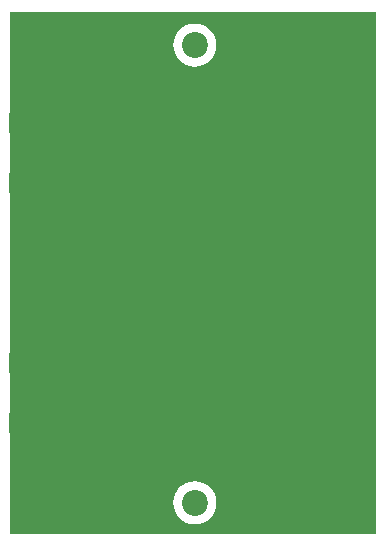
<source format=gbl>
G04*
G04 #@! TF.GenerationSoftware,Altium Limited,Altium Designer,24.4.1 (13)*
G04*
G04 Layer_Physical_Order=2*
G04 Layer_Color=16711680*
%FSLAX25Y25*%
%MOIN*%
G70*
G04*
G04 #@! TF.SameCoordinates,70BA40AD-3E04-444A-AD5C-AF6B0887806A*
G04*
G04*
G04 #@! TF.FilePolarity,Positive*
G04*
G01*
G75*
%ADD25R,0.16000X0.07000*%
%ADD30C,0.08661*%
%ADD31C,0.02400*%
G36*
X7929Y-146929D02*
X-114242D01*
Y26929D01*
X7929D01*
Y-146929D01*
D02*
G37*
%LPC*%
G36*
X-52521Y23190D02*
X-53924Y23052D01*
X-55272Y22643D01*
X-56515Y21978D01*
X-57605Y21084D01*
X-58499Y19995D01*
X-59164Y18752D01*
X-59573Y17403D01*
X-59711Y16000D01*
X-59573Y14597D01*
X-59164Y13249D01*
X-58499Y12005D01*
X-57605Y10916D01*
X-56515Y10022D01*
X-55272Y9357D01*
X-53924Y8948D01*
X-52521Y8810D01*
X-51118Y8948D01*
X-49769Y9357D01*
X-48526Y10022D01*
X-47437Y10916D01*
X-46543Y12005D01*
X-45878Y13249D01*
X-45469Y14597D01*
X-45331Y16000D01*
X-45469Y17403D01*
X-45878Y18752D01*
X-46543Y19995D01*
X-47437Y21084D01*
X-48526Y21978D01*
X-49769Y22643D01*
X-51118Y23052D01*
X-52521Y23190D01*
D02*
G37*
G36*
Y-129310D02*
X-53924Y-129448D01*
X-55272Y-129857D01*
X-56515Y-130522D01*
X-57605Y-131416D01*
X-58499Y-132505D01*
X-59164Y-133748D01*
X-59573Y-135097D01*
X-59711Y-136500D01*
X-59573Y-137903D01*
X-59164Y-139251D01*
X-58499Y-140495D01*
X-57605Y-141584D01*
X-56515Y-142478D01*
X-55272Y-143143D01*
X-53924Y-143552D01*
X-52521Y-143690D01*
X-51118Y-143552D01*
X-49769Y-143143D01*
X-48526Y-142478D01*
X-47437Y-141584D01*
X-46543Y-140495D01*
X-45878Y-139251D01*
X-45469Y-137903D01*
X-45331Y-136500D01*
X-45469Y-135097D01*
X-45878Y-133748D01*
X-46543Y-132505D01*
X-47437Y-131416D01*
X-48526Y-130522D01*
X-49769Y-129857D01*
X-51118Y-129448D01*
X-52521Y-129310D01*
D02*
G37*
%LPD*%
D25*
X-106362Y-30000D02*
D03*
Y-10000D02*
D03*
Y-110000D02*
D03*
Y-90000D02*
D03*
X0Y-50000D02*
D03*
Y-30000D02*
D03*
Y-90000D02*
D03*
Y-70000D02*
D03*
Y-10000D02*
D03*
Y10000D02*
D03*
Y-130000D02*
D03*
Y-110000D02*
D03*
D30*
X-52521Y-136500D02*
D03*
X-52427Y16000D02*
D03*
D31*
X-59362Y-108509D02*
D03*
X-63295Y-28517D02*
D03*
Y-91500D02*
D03*
X-59362Y-91491D02*
D03*
X2479Y-145000D02*
D03*
X-2521D02*
D03*
X-7521D02*
D03*
X-12521D02*
D03*
X-17521D02*
D03*
X-22521D02*
D03*
X-27521D02*
D03*
X-54362Y-108509D02*
D03*
X-22547Y-78547D02*
D03*
X-26047Y-82047D02*
D03*
X-28047Y-86547D02*
D03*
X-29047Y-91500D02*
D03*
X-20047Y-86500D02*
D03*
X-5547Y-74200D02*
D03*
X-15547Y-76500D02*
D03*
X-15500Y-83500D02*
D03*
X-20047Y-96500D02*
D03*
X-34047Y-108509D02*
D03*
X-29047Y-108000D02*
D03*
X-20047Y-91500D02*
D03*
X-22047Y-101000D02*
D03*
X-25047Y-105000D02*
D03*
X-29047Y-96500D02*
D03*
X-49362Y-108509D02*
D03*
X-44362D02*
D03*
X-39362D02*
D03*
X6341Y-110000D02*
D03*
Y-105000D02*
D03*
Y-100000D02*
D03*
Y-95000D02*
D03*
Y-90000D02*
D03*
X-5000Y-85800D02*
D03*
X-0D02*
D03*
X5000D02*
D03*
X-10000Y-85000D02*
D03*
X6341Y-90000D02*
D03*
Y-95000D02*
D03*
X-0Y-74200D02*
D03*
X5000D02*
D03*
X-10000Y-75000D02*
D03*
X6341Y-70000D02*
D03*
X-39362Y-91491D02*
D03*
X-44362D02*
D03*
X-49362D02*
D03*
X-34047Y-91491D02*
D03*
X-54362Y-91491D02*
D03*
X-52610Y-100000D02*
D03*
X-47610D02*
D03*
X-42610D02*
D03*
Y-20000D02*
D03*
X-47610D02*
D03*
X-52610D02*
D03*
X-30862Y-116500D02*
D03*
X-35862D02*
D03*
X-40862D02*
D03*
X-45862D02*
D03*
X-25862D02*
D03*
X-20862D02*
D03*
X5000Y-114200D02*
D03*
X-0D02*
D03*
X-5000D02*
D03*
X-10000Y-115500D02*
D03*
X-15000Y-116500D02*
D03*
X-25862Y-123500D02*
D03*
X-45862D02*
D03*
X-35862D02*
D03*
X-30862D02*
D03*
X-40862D02*
D03*
X-20862D02*
D03*
X6205Y-145000D02*
D03*
X5000Y-125800D02*
D03*
X-0D02*
D03*
X-5000D02*
D03*
X-10000Y-124500D02*
D03*
X-15000Y-123500D02*
D03*
X6341Y-130000D02*
D03*
Y-135000D02*
D03*
Y-140000D02*
D03*
X5479Y-60000D02*
D03*
X479D02*
D03*
X-4521D02*
D03*
X-9521D02*
D03*
X-14521D02*
D03*
X-19521D02*
D03*
X-24521D02*
D03*
X-59362Y-28509D02*
D03*
X-54362D02*
D03*
X-34047Y-28509D02*
D03*
X-49362Y-28509D02*
D03*
X-44362D02*
D03*
X-39362D02*
D03*
X6341Y-55000D02*
D03*
Y-50000D02*
D03*
X-10000Y-45000D02*
D03*
X5000Y-45800D02*
D03*
X-0D02*
D03*
X6341Y-25000D02*
D03*
Y-30000D02*
D03*
X-10000Y-35000D02*
D03*
X5000Y-34200D02*
D03*
X-0D02*
D03*
X-5000D02*
D03*
X-76659Y-110000D02*
D03*
X6341Y-30000D02*
D03*
Y-25000D02*
D03*
Y-20000D02*
D03*
Y-15000D02*
D03*
Y-10000D02*
D03*
X-15000Y-3500D02*
D03*
X-10000Y-4500D02*
D03*
X-5000Y-5800D02*
D03*
X-0D02*
D03*
X5000D02*
D03*
X6341Y25000D02*
D03*
Y20000D02*
D03*
Y15000D02*
D03*
Y10000D02*
D03*
X-15000Y3500D02*
D03*
X-10000Y4500D02*
D03*
X-5000Y5800D02*
D03*
X-0D02*
D03*
X5000D02*
D03*
X-39362Y-11491D02*
D03*
X-44362D02*
D03*
X-49362D02*
D03*
X479Y25000D02*
D03*
X-4521D02*
D03*
X-9521D02*
D03*
X-14521D02*
D03*
X-19521D02*
D03*
X-24521D02*
D03*
X-29047Y-23500D02*
D03*
X-25047Y-15000D02*
D03*
X-22047Y-19000D02*
D03*
X-20047Y-28500D02*
D03*
X-29047Y-12000D02*
D03*
X-34047Y-11491D02*
D03*
X-20047Y-23500D02*
D03*
X-15500Y-36500D02*
D03*
X-15547Y-43500D02*
D03*
X-5547Y-45800D02*
D03*
X-20047Y-33500D02*
D03*
X-29047Y-28500D02*
D03*
X-28047Y-33453D02*
D03*
X-26047Y-37953D02*
D03*
X-22547Y-41453D02*
D03*
X-20862Y-3500D02*
D03*
X-25862D02*
D03*
X-20862Y3500D02*
D03*
X-63362Y-106047D02*
D03*
X-64862Y-101547D02*
D03*
X-112521Y-145000D02*
D03*
X-32521D02*
D03*
X-112521Y-140000D02*
D03*
X-107521Y-145000D02*
D03*
X-102021D02*
D03*
X-97521D02*
D03*
X-92521D02*
D03*
X-87521D02*
D03*
X-82521D02*
D03*
X-77521D02*
D03*
X-72521D02*
D03*
X-67521D02*
D03*
X-62521D02*
D03*
X-57521D02*
D03*
X-52521D02*
D03*
X-47521D02*
D03*
X-42521D02*
D03*
X-37521D02*
D03*
X-112521Y25000D02*
D03*
X-29521D02*
D03*
X-112521Y20000D02*
D03*
X-89521Y-100000D02*
D03*
X-84521D02*
D03*
X-79521D02*
D03*
X-74521D02*
D03*
X-69521D02*
D03*
X-106362Y-105800D02*
D03*
X-101362D02*
D03*
X-96362D02*
D03*
X-91362Y-108000D02*
D03*
X-86362Y-109500D02*
D03*
X-81362D02*
D03*
X-75362Y-113500D02*
D03*
X-60862Y-124000D02*
D03*
X-55862D02*
D03*
X-50862Y-123500D02*
D03*
X-65862Y-123000D02*
D03*
X-69862Y-121000D02*
D03*
X-73362Y-117500D02*
D03*
X-50862Y-116500D02*
D03*
X-55862Y-116000D02*
D03*
X-60862D02*
D03*
X-111362Y-105800D02*
D03*
X-111362Y-94200D02*
D03*
X-76362Y-91500D02*
D03*
X-81362Y-90500D02*
D03*
X-86362D02*
D03*
X-91362Y-92000D02*
D03*
X-96362Y-94200D02*
D03*
X-101362D02*
D03*
X-106362D02*
D03*
X-65862Y-115000D02*
D03*
X-68362Y-111000D02*
D03*
X-67362Y-106000D02*
D03*
X-77362Y-86500D02*
D03*
X-67362Y-86547D02*
D03*
X-67862Y-91547D02*
D03*
X-66862Y-96547D02*
D03*
X-72362Y-79000D02*
D03*
X-77362Y-81500D02*
D03*
X-67362D02*
D03*
X-67362Y-38500D02*
D03*
X-77362D02*
D03*
X-72362Y-41000D02*
D03*
X-63362Y-13953D02*
D03*
X-64862Y-18453D02*
D03*
X-66862Y-23453D02*
D03*
X-67862Y-28453D02*
D03*
X-67362Y-33453D02*
D03*
X-77362Y-33500D02*
D03*
X-54362Y-11491D02*
D03*
X-59362D02*
D03*
X-67362Y-14000D02*
D03*
X-68362Y-9000D02*
D03*
X-65862Y-5000D02*
D03*
X-40862Y3500D02*
D03*
X-30862D02*
D03*
X-106362Y-25800D02*
D03*
X-101362D02*
D03*
X-96362D02*
D03*
X-91362Y-28000D02*
D03*
X-86362Y-29500D02*
D03*
X-81362D02*
D03*
X-76362Y-28500D02*
D03*
X-111362Y-25800D02*
D03*
X-111362Y-14200D02*
D03*
X-60862Y-4000D02*
D03*
X-55862D02*
D03*
X-50862Y-3500D02*
D03*
X-45862D02*
D03*
X-40862D02*
D03*
X-35862D02*
D03*
X-30862D02*
D03*
X-73362Y-2500D02*
D03*
X-69862Y1000D02*
D03*
X-65862Y3000D02*
D03*
X-35862Y3500D02*
D03*
X-45862D02*
D03*
X-50862D02*
D03*
X-55862Y4000D02*
D03*
X-60862D02*
D03*
X-75362Y-6500D02*
D03*
X-76362Y-11500D02*
D03*
X-81362Y-10500D02*
D03*
X-86362D02*
D03*
X-91362Y-12000D02*
D03*
X-96362Y-14200D02*
D03*
X-101362D02*
D03*
X-106362D02*
D03*
X-69521Y-20000D02*
D03*
X-74521D02*
D03*
X-79521D02*
D03*
X-84521D02*
D03*
X-89521D02*
D03*
X-109521Y-60000D02*
D03*
X-104521D02*
D03*
X-99521D02*
D03*
X-94521D02*
D03*
X-89521D02*
D03*
X-84521D02*
D03*
X-79521D02*
D03*
X-74521D02*
D03*
X-69521D02*
D03*
X-64521D02*
D03*
X-59521D02*
D03*
X-54521D02*
D03*
X-49521D02*
D03*
X-44521D02*
D03*
X-39521D02*
D03*
X-34521D02*
D03*
X-104521Y25000D02*
D03*
X-99521D02*
D03*
X-94521D02*
D03*
X-89521D02*
D03*
X-84521D02*
D03*
X-79521D02*
D03*
X-74521D02*
D03*
X-69521D02*
D03*
X-64521D02*
D03*
X-59521D02*
D03*
X-54521D02*
D03*
X-49521D02*
D03*
X-44521D02*
D03*
X-39521D02*
D03*
X-34521D02*
D03*
X-25862Y3500D02*
D03*
X-29521Y-60000D02*
D03*
X-112521Y-135000D02*
D03*
Y-130000D02*
D03*
Y-125000D02*
D03*
Y-120000D02*
D03*
Y-115000D02*
D03*
Y-110000D02*
D03*
Y-90000D02*
D03*
Y-85000D02*
D03*
Y-80000D02*
D03*
Y-75000D02*
D03*
Y-70000D02*
D03*
Y-65000D02*
D03*
Y15000D02*
D03*
Y10000D02*
D03*
Y5000D02*
D03*
Y0D02*
D03*
Y-5000D02*
D03*
Y-10000D02*
D03*
Y-30000D02*
D03*
Y-35000D02*
D03*
Y-40000D02*
D03*
Y-45000D02*
D03*
Y-50000D02*
D03*
Y-55000D02*
D03*
Y-60000D02*
D03*
M02*

</source>
